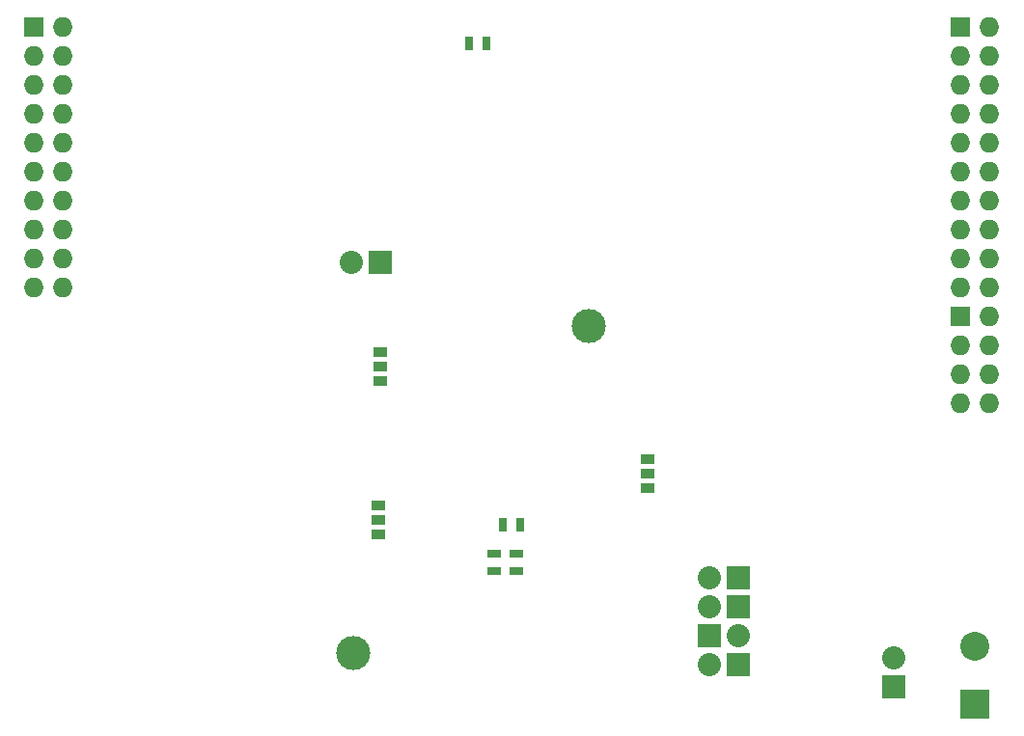
<source format=gbr>
G04 #@! TF.FileFunction,Soldermask,Bot*
%FSLAX46Y46*%
G04 Gerber Fmt 4.6, Leading zero omitted, Abs format (unit mm)*
G04 Created by KiCad (PCBNEW (2015-01-17 BZR 5377)-product) date Mon 23 Feb 2015 10:49:44 AM ART*
%MOMM*%
G01*
G04 APERTURE LIST*
%ADD10C,0.100000*%
%ADD11R,2.032000X2.032000*%
%ADD12O,2.032000X2.032000*%
%ADD13R,0.635000X1.143000*%
%ADD14R,1.143000X0.635000*%
%ADD15R,1.270000X0.965200*%
%ADD16R,1.727200X1.727200*%
%ADD17O,1.727200X1.727200*%
%ADD18C,3.000000*%
%ADD19R,2.540000X2.540000*%
%ADD20C,2.540000*%
G04 APERTURE END LIST*
D10*
D11*
X83375500Y-84391500D03*
D12*
X85915500Y-84391500D03*
D13*
X66802000Y-74676000D03*
X65278000Y-74676000D03*
D14*
X64516000Y-77216000D03*
X64516000Y-78740000D03*
X66421000Y-77216000D03*
X66421000Y-78740000D03*
D13*
X62280800Y-32435800D03*
X63804800Y-32435800D03*
D15*
X54356000Y-75565000D03*
X54356000Y-74295000D03*
X54356000Y-73025000D03*
X77978000Y-68961000D03*
X77978000Y-70231000D03*
X77978000Y-71501000D03*
X54483000Y-62103000D03*
X54483000Y-60833000D03*
X54483000Y-59563000D03*
D11*
X54483000Y-51689000D03*
D12*
X51943000Y-51689000D03*
D16*
X24130000Y-30988000D03*
D17*
X26670000Y-30988000D03*
X24130000Y-33528000D03*
X26670000Y-33528000D03*
X24130000Y-36068000D03*
X26670000Y-36068000D03*
X24130000Y-38608000D03*
X26670000Y-38608000D03*
X24130000Y-41148000D03*
X26670000Y-41148000D03*
X24130000Y-43688000D03*
X26670000Y-43688000D03*
X24130000Y-46228000D03*
X26670000Y-46228000D03*
X24130000Y-48768000D03*
X26670000Y-48768000D03*
X24130000Y-51308000D03*
X26670000Y-51308000D03*
X24130000Y-53848000D03*
X26670000Y-53848000D03*
D16*
X105410000Y-30988000D03*
D17*
X107950000Y-30988000D03*
X105410000Y-33528000D03*
X107950000Y-33528000D03*
X105410000Y-36068000D03*
X107950000Y-36068000D03*
X105410000Y-38608000D03*
X107950000Y-38608000D03*
X105410000Y-41148000D03*
X107950000Y-41148000D03*
X105410000Y-43688000D03*
X107950000Y-43688000D03*
X105410000Y-46228000D03*
X107950000Y-46228000D03*
X105410000Y-48768000D03*
X107950000Y-48768000D03*
X105410000Y-51308000D03*
X107950000Y-51308000D03*
X105410000Y-53848000D03*
X107950000Y-53848000D03*
D11*
X85915500Y-86931500D03*
D12*
X83375500Y-86931500D03*
D11*
X85915500Y-81851500D03*
D12*
X83375500Y-81851500D03*
D11*
X85915500Y-79311500D03*
D12*
X83375500Y-79311500D03*
D18*
X72733500Y-57225500D03*
X52133500Y-85915500D03*
D16*
X105410000Y-56388000D03*
D17*
X107950000Y-56388000D03*
X105410000Y-58928000D03*
X107950000Y-58928000D03*
X105410000Y-61468000D03*
X107950000Y-61468000D03*
X105410000Y-64008000D03*
X107950000Y-64008000D03*
D19*
X106680000Y-90424000D03*
D20*
X106680000Y-85344000D03*
D11*
X99568000Y-88900000D03*
D12*
X99568000Y-86360000D03*
M02*

</source>
